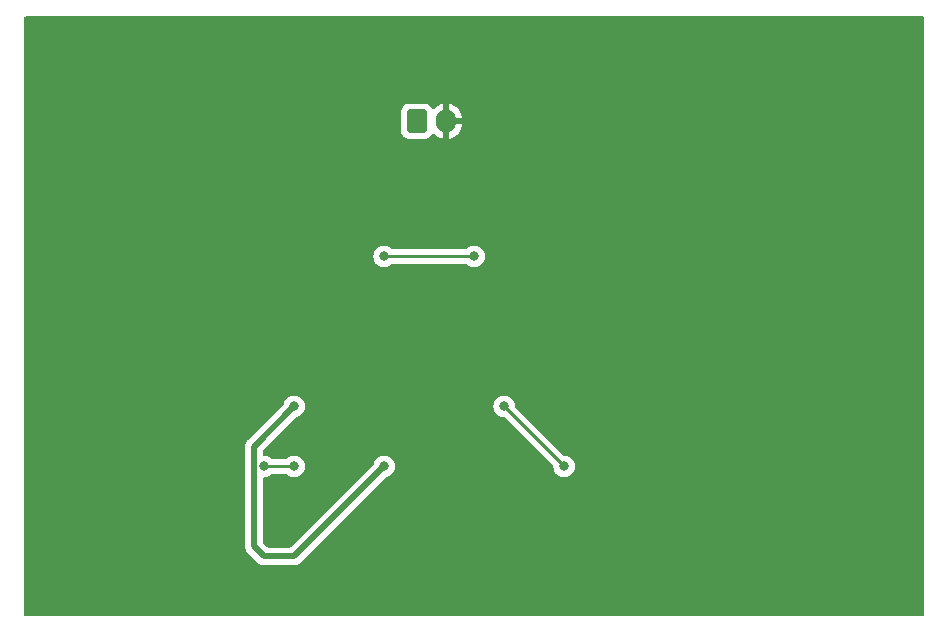
<source format=gbr>
%TF.GenerationSoftware,KiCad,Pcbnew,7.0.8*%
%TF.CreationDate,2023-10-17T13:28:15-07:00*%
%TF.ProjectId,Lab2Main,4c616232-4d61-4696-9e2e-6b696361645f,rev?*%
%TF.SameCoordinates,Original*%
%TF.FileFunction,Copper,L2,Bot*%
%TF.FilePolarity,Positive*%
%FSLAX46Y46*%
G04 Gerber Fmt 4.6, Leading zero omitted, Abs format (unit mm)*
G04 Created by KiCad (PCBNEW 7.0.8) date 2023-10-17 13:28:15*
%MOMM*%
%LPD*%
G01*
G04 APERTURE LIST*
G04 Aperture macros list*
%AMRoundRect*
0 Rectangle with rounded corners*
0 $1 Rounding radius*
0 $2 $3 $4 $5 $6 $7 $8 $9 X,Y pos of 4 corners*
0 Add a 4 corners polygon primitive as box body*
4,1,4,$2,$3,$4,$5,$6,$7,$8,$9,$2,$3,0*
0 Add four circle primitives for the rounded corners*
1,1,$1+$1,$2,$3*
1,1,$1+$1,$4,$5*
1,1,$1+$1,$6,$7*
1,1,$1+$1,$8,$9*
0 Add four rect primitives between the rounded corners*
20,1,$1+$1,$2,$3,$4,$5,0*
20,1,$1+$1,$4,$5,$6,$7,0*
20,1,$1+$1,$6,$7,$8,$9,0*
20,1,$1+$1,$8,$9,$2,$3,0*%
G04 Aperture macros list end*
%TA.AperFunction,ComponentPad*%
%ADD10RoundRect,0.250000X-0.600000X-0.750000X0.600000X-0.750000X0.600000X0.750000X-0.600000X0.750000X0*%
%TD*%
%TA.AperFunction,ComponentPad*%
%ADD11O,1.700000X2.000000*%
%TD*%
%TA.AperFunction,ViaPad*%
%ADD12C,0.800000*%
%TD*%
%TA.AperFunction,Conductor*%
%ADD13C,0.254000*%
%TD*%
%TA.AperFunction,Conductor*%
%ADD14C,0.508000*%
%TD*%
G04 APERTURE END LIST*
D10*
%TO.P,J1,1,Pin_1*%
%TO.N,+9V*%
X157707500Y-82540000D03*
D11*
%TO.P,J1,2,Pin_2*%
%TO.N,GND*%
X160207500Y-82540000D03*
%TD*%
D12*
%TO.N,/pin_2*%
X165100000Y-106680000D03*
X170180000Y-111760000D03*
%TO.N,GND*%
X167640000Y-99060000D03*
X147320000Y-101600000D03*
%TO.N,+9V*%
X147320000Y-106680000D03*
X154940000Y-111760000D03*
%TO.N,/pin_7*%
X162560000Y-93980000D03*
X154940000Y-93980000D03*
%TO.N,/pin_3*%
X147320000Y-111760000D03*
X144780000Y-111760000D03*
%TD*%
D13*
%TO.N,/pin_2*%
X170180000Y-111760000D02*
X165100000Y-106680000D01*
%TO.N,GND*%
X147320000Y-101600000D02*
X165100000Y-101600000D01*
X165100000Y-101600000D02*
X167640000Y-99060000D01*
D14*
%TO.N,+9V*%
X144780000Y-119380000D02*
X147320000Y-119380000D01*
X143926000Y-118526000D02*
X144780000Y-119380000D01*
X147320000Y-119380000D02*
X154940000Y-111760000D01*
X143926000Y-110074000D02*
X143926000Y-118526000D01*
X147320000Y-106680000D02*
X143926000Y-110074000D01*
D13*
%TO.N,/pin_7*%
X154940000Y-93980000D02*
X162560000Y-93980000D01*
%TO.N,/pin_3*%
X144780000Y-111760000D02*
X147320000Y-111760000D01*
%TD*%
%TA.AperFunction,Conductor*%
%TO.N,GND*%
G36*
X200603039Y-73679685D02*
G01*
X200648794Y-73732489D01*
X200660000Y-73784000D01*
X200660000Y-124336000D01*
X200640315Y-124403039D01*
X200587511Y-124448794D01*
X200536000Y-124460000D01*
X124584000Y-124460000D01*
X124516961Y-124440315D01*
X124471206Y-124387511D01*
X124460000Y-124336000D01*
X124460000Y-118503908D01*
X143166684Y-118503908D01*
X143171264Y-118556241D01*
X143171500Y-118561648D01*
X143171500Y-118569946D01*
X143175325Y-118602674D01*
X143182056Y-118679610D01*
X143183516Y-118686677D01*
X143183464Y-118686687D01*
X143185123Y-118694167D01*
X143185174Y-118694155D01*
X143186839Y-118701180D01*
X143213247Y-118773740D01*
X143237535Y-118847034D01*
X143240586Y-118853575D01*
X143240536Y-118853598D01*
X143243876Y-118860497D01*
X143243925Y-118860473D01*
X143247165Y-118866925D01*
X143289599Y-118931444D01*
X143330131Y-118997156D01*
X143334611Y-119002822D01*
X143334569Y-119002855D01*
X143339401Y-119008786D01*
X143339443Y-119008752D01*
X143344081Y-119014280D01*
X143344085Y-119014285D01*
X143372166Y-119040778D01*
X143400247Y-119067272D01*
X144201234Y-119868258D01*
X144213016Y-119881891D01*
X144227461Y-119901294D01*
X144267706Y-119935064D01*
X144271696Y-119938720D01*
X144277559Y-119944583D01*
X144303419Y-119965031D01*
X144362573Y-120014667D01*
X144362577Y-120014669D01*
X144368607Y-120018635D01*
X144368576Y-120018680D01*
X144375038Y-120022797D01*
X144375067Y-120022751D01*
X144381204Y-120026537D01*
X144381207Y-120026538D01*
X144381208Y-120026539D01*
X144451199Y-120059176D01*
X144520189Y-120093824D01*
X144520194Y-120093825D01*
X144526979Y-120096295D01*
X144526960Y-120096347D01*
X144534188Y-120098859D01*
X144534206Y-120098808D01*
X144541057Y-120101077D01*
X144541060Y-120101079D01*
X144616677Y-120116692D01*
X144691812Y-120134500D01*
X144691821Y-120134500D01*
X144698985Y-120135338D01*
X144698978Y-120135391D01*
X144706595Y-120136169D01*
X144706600Y-120136116D01*
X144713789Y-120136745D01*
X144713792Y-120136744D01*
X144713793Y-120136745D01*
X144790947Y-120134500D01*
X147256000Y-120134500D01*
X147273969Y-120135809D01*
X147279350Y-120136596D01*
X147297906Y-120139315D01*
X147350248Y-120134735D01*
X147355649Y-120134500D01*
X147363934Y-120134500D01*
X147363941Y-120134500D01*
X147396674Y-120130674D01*
X147473612Y-120123943D01*
X147473615Y-120123941D01*
X147480693Y-120122481D01*
X147480704Y-120122535D01*
X147488163Y-120120881D01*
X147488151Y-120120827D01*
X147495178Y-120119160D01*
X147495184Y-120119160D01*
X147551100Y-120098808D01*
X147567740Y-120092752D01*
X147641034Y-120068465D01*
X147647581Y-120065412D01*
X147647604Y-120065462D01*
X147654498Y-120062125D01*
X147654473Y-120062075D01*
X147660916Y-120058838D01*
X147660924Y-120058836D01*
X147720503Y-120019650D01*
X147725443Y-120016401D01*
X147755051Y-119998138D01*
X147791154Y-119975870D01*
X147791159Y-119975864D01*
X147796823Y-119971387D01*
X147796857Y-119971430D01*
X147802782Y-119966604D01*
X147802747Y-119966562D01*
X147808283Y-119961916D01*
X147808282Y-119961916D01*
X147808285Y-119961915D01*
X147861271Y-119905752D01*
X155099954Y-112667068D01*
X155161275Y-112633585D01*
X155161493Y-112633537D01*
X155219803Y-112621144D01*
X155219807Y-112621142D01*
X155219808Y-112621142D01*
X155278058Y-112595206D01*
X155392730Y-112544151D01*
X155545871Y-112432888D01*
X155672533Y-112292216D01*
X155767179Y-112128284D01*
X155825674Y-111948256D01*
X155845460Y-111760000D01*
X155825674Y-111571744D01*
X155767179Y-111391716D01*
X155672533Y-111227784D01*
X155545871Y-111087112D01*
X155545870Y-111087111D01*
X155392734Y-110975851D01*
X155392729Y-110975848D01*
X155219807Y-110898857D01*
X155219802Y-110898855D01*
X155074001Y-110867865D01*
X155034646Y-110859500D01*
X154845354Y-110859500D01*
X154812897Y-110866398D01*
X154660197Y-110898855D01*
X154660192Y-110898857D01*
X154487270Y-110975848D01*
X154487265Y-110975851D01*
X154334129Y-111087111D01*
X154207466Y-111227785D01*
X154112821Y-111391715D01*
X154112819Y-111391719D01*
X154060201Y-111553661D01*
X154029951Y-111603023D01*
X147043795Y-118589181D01*
X146982472Y-118622666D01*
X146956114Y-118625500D01*
X145143886Y-118625500D01*
X145076847Y-118605815D01*
X145056205Y-118589181D01*
X144716819Y-118249795D01*
X144683334Y-118188472D01*
X144680500Y-118162114D01*
X144680500Y-112784500D01*
X144700185Y-112717461D01*
X144752989Y-112671706D01*
X144804500Y-112660500D01*
X144874644Y-112660500D01*
X144874646Y-112660500D01*
X145059803Y-112621144D01*
X145232730Y-112544151D01*
X145385871Y-112432888D01*
X145389799Y-112428525D01*
X145449286Y-112391879D01*
X145481947Y-112387500D01*
X146618053Y-112387500D01*
X146685092Y-112407185D01*
X146710199Y-112428523D01*
X146714129Y-112432888D01*
X146714132Y-112432891D01*
X146714135Y-112432893D01*
X146867265Y-112544148D01*
X146867270Y-112544151D01*
X147040192Y-112621142D01*
X147040197Y-112621144D01*
X147225354Y-112660500D01*
X147225355Y-112660500D01*
X147414644Y-112660500D01*
X147414646Y-112660500D01*
X147599803Y-112621144D01*
X147772730Y-112544151D01*
X147925871Y-112432888D01*
X148052533Y-112292216D01*
X148147179Y-112128284D01*
X148205674Y-111948256D01*
X148225460Y-111760000D01*
X148205674Y-111571744D01*
X148147179Y-111391716D01*
X148052533Y-111227784D01*
X147925871Y-111087112D01*
X147925870Y-111087111D01*
X147772734Y-110975851D01*
X147772729Y-110975848D01*
X147599807Y-110898857D01*
X147599802Y-110898855D01*
X147454001Y-110867865D01*
X147414646Y-110859500D01*
X147225354Y-110859500D01*
X147192897Y-110866398D01*
X147040197Y-110898855D01*
X147040192Y-110898857D01*
X146867270Y-110975848D01*
X146867265Y-110975851D01*
X146714135Y-111087106D01*
X146714132Y-111087108D01*
X146712175Y-111089281D01*
X146710200Y-111091474D01*
X146650714Y-111128121D01*
X146618053Y-111132500D01*
X145481947Y-111132500D01*
X145414908Y-111112815D01*
X145389800Y-111091476D01*
X145385871Y-111087112D01*
X145385869Y-111087111D01*
X145385867Y-111087108D01*
X145385864Y-111087106D01*
X145232734Y-110975851D01*
X145232729Y-110975848D01*
X145059807Y-110898857D01*
X145059802Y-110898855D01*
X144914001Y-110867865D01*
X144874646Y-110859500D01*
X144804500Y-110859500D01*
X144737461Y-110839815D01*
X144691706Y-110787011D01*
X144680500Y-110735500D01*
X144680500Y-110437885D01*
X144700185Y-110370846D01*
X144716814Y-110350209D01*
X147479954Y-107587068D01*
X147541275Y-107553585D01*
X147541493Y-107553537D01*
X147599803Y-107541144D01*
X147599807Y-107541142D01*
X147599808Y-107541142D01*
X147658058Y-107515206D01*
X147772730Y-107464151D01*
X147925871Y-107352888D01*
X148052533Y-107212216D01*
X148147179Y-107048284D01*
X148205674Y-106868256D01*
X148225460Y-106680000D01*
X164194540Y-106680000D01*
X164214326Y-106868256D01*
X164214327Y-106868259D01*
X164272818Y-107048277D01*
X164272821Y-107048284D01*
X164367467Y-107212216D01*
X164494129Y-107352888D01*
X164647265Y-107464148D01*
X164647270Y-107464151D01*
X164820192Y-107541142D01*
X164820197Y-107541144D01*
X165005354Y-107580500D01*
X165061719Y-107580500D01*
X165128758Y-107600185D01*
X165149400Y-107616819D01*
X169241371Y-111708790D01*
X169274856Y-111770113D01*
X169277010Y-111783505D01*
X169294326Y-111948256D01*
X169294327Y-111948259D01*
X169352818Y-112128277D01*
X169352821Y-112128284D01*
X169447467Y-112292216D01*
X169537204Y-112391879D01*
X169574129Y-112432888D01*
X169727265Y-112544148D01*
X169727270Y-112544151D01*
X169900192Y-112621142D01*
X169900197Y-112621144D01*
X170085354Y-112660500D01*
X170085355Y-112660500D01*
X170274644Y-112660500D01*
X170274646Y-112660500D01*
X170459803Y-112621144D01*
X170632730Y-112544151D01*
X170785871Y-112432888D01*
X170912533Y-112292216D01*
X171007179Y-112128284D01*
X171065674Y-111948256D01*
X171085460Y-111760000D01*
X171065674Y-111571744D01*
X171007179Y-111391716D01*
X170912533Y-111227784D01*
X170785871Y-111087112D01*
X170785870Y-111087111D01*
X170632734Y-110975851D01*
X170632729Y-110975848D01*
X170459807Y-110898857D01*
X170459802Y-110898855D01*
X170314001Y-110867865D01*
X170274646Y-110859500D01*
X170274645Y-110859500D01*
X170218281Y-110859500D01*
X170151242Y-110839815D01*
X170130600Y-110823181D01*
X166038628Y-106731209D01*
X166005143Y-106669886D01*
X166002990Y-106656506D01*
X165985674Y-106491744D01*
X165927179Y-106311716D01*
X165832533Y-106147784D01*
X165705871Y-106007112D01*
X165705870Y-106007111D01*
X165552734Y-105895851D01*
X165552729Y-105895848D01*
X165379807Y-105818857D01*
X165379802Y-105818855D01*
X165234001Y-105787865D01*
X165194646Y-105779500D01*
X165005354Y-105779500D01*
X164972897Y-105786398D01*
X164820197Y-105818855D01*
X164820192Y-105818857D01*
X164647270Y-105895848D01*
X164647265Y-105895851D01*
X164494129Y-106007111D01*
X164367466Y-106147785D01*
X164272821Y-106311715D01*
X164272818Y-106311722D01*
X164214327Y-106491740D01*
X164214326Y-106491744D01*
X164194540Y-106680000D01*
X148225460Y-106680000D01*
X148205674Y-106491744D01*
X148147179Y-106311716D01*
X148052533Y-106147784D01*
X147925871Y-106007112D01*
X147925870Y-106007111D01*
X147772734Y-105895851D01*
X147772729Y-105895848D01*
X147599807Y-105818857D01*
X147599802Y-105818855D01*
X147454001Y-105787865D01*
X147414646Y-105779500D01*
X147225354Y-105779500D01*
X147192897Y-105786398D01*
X147040197Y-105818855D01*
X147040192Y-105818857D01*
X146867270Y-105895848D01*
X146867265Y-105895851D01*
X146714129Y-106007111D01*
X146587466Y-106147785D01*
X146492821Y-106311715D01*
X146492819Y-106311719D01*
X146440201Y-106473661D01*
X146409951Y-106523023D01*
X143437742Y-109495232D01*
X143424113Y-109507011D01*
X143404706Y-109521459D01*
X143370939Y-109561700D01*
X143367295Y-109565678D01*
X143361419Y-109571555D01*
X143340972Y-109597414D01*
X143291334Y-109656570D01*
X143287366Y-109662605D01*
X143287322Y-109662576D01*
X143283209Y-109669031D01*
X143283254Y-109669059D01*
X143279459Y-109675211D01*
X143246827Y-109745191D01*
X143212176Y-109814188D01*
X143209704Y-109820979D01*
X143209655Y-109820961D01*
X143207141Y-109828193D01*
X143207191Y-109828210D01*
X143204920Y-109835062D01*
X143189304Y-109910688D01*
X143171498Y-109985818D01*
X143170661Y-109992987D01*
X143170607Y-109992980D01*
X143169830Y-110000596D01*
X143169883Y-110000601D01*
X143169253Y-110007790D01*
X143171500Y-110084981D01*
X143171500Y-118462000D01*
X143170191Y-118479969D01*
X143166684Y-118503908D01*
X124460000Y-118503908D01*
X124460000Y-93980000D01*
X154034540Y-93980000D01*
X154054326Y-94168256D01*
X154054327Y-94168259D01*
X154112818Y-94348277D01*
X154112821Y-94348284D01*
X154207467Y-94512216D01*
X154297204Y-94611879D01*
X154334129Y-94652888D01*
X154487265Y-94764148D01*
X154487270Y-94764151D01*
X154660192Y-94841142D01*
X154660197Y-94841144D01*
X154845354Y-94880500D01*
X154845355Y-94880500D01*
X155034644Y-94880500D01*
X155034646Y-94880500D01*
X155219803Y-94841144D01*
X155392730Y-94764151D01*
X155545871Y-94652888D01*
X155549799Y-94648525D01*
X155609286Y-94611879D01*
X155641947Y-94607500D01*
X161858053Y-94607500D01*
X161925092Y-94627185D01*
X161950199Y-94648523D01*
X161954129Y-94652888D01*
X161954132Y-94652891D01*
X161954135Y-94652893D01*
X162107265Y-94764148D01*
X162107270Y-94764151D01*
X162280192Y-94841142D01*
X162280197Y-94841144D01*
X162465354Y-94880500D01*
X162465355Y-94880500D01*
X162654644Y-94880500D01*
X162654646Y-94880500D01*
X162839803Y-94841144D01*
X163012730Y-94764151D01*
X163165871Y-94652888D01*
X163292533Y-94512216D01*
X163387179Y-94348284D01*
X163445674Y-94168256D01*
X163465460Y-93980000D01*
X163445674Y-93791744D01*
X163387179Y-93611716D01*
X163292533Y-93447784D01*
X163165871Y-93307112D01*
X163165870Y-93307111D01*
X163012734Y-93195851D01*
X163012729Y-93195848D01*
X162839807Y-93118857D01*
X162839802Y-93118855D01*
X162694001Y-93087865D01*
X162654646Y-93079500D01*
X162465354Y-93079500D01*
X162432897Y-93086398D01*
X162280197Y-93118855D01*
X162280192Y-93118857D01*
X162107270Y-93195848D01*
X162107265Y-93195851D01*
X161954135Y-93307106D01*
X161954132Y-93307108D01*
X161952175Y-93309281D01*
X161950200Y-93311474D01*
X161890714Y-93348121D01*
X161858053Y-93352500D01*
X155641947Y-93352500D01*
X155574908Y-93332815D01*
X155549800Y-93311476D01*
X155545871Y-93307112D01*
X155545869Y-93307111D01*
X155545867Y-93307108D01*
X155545864Y-93307106D01*
X155392734Y-93195851D01*
X155392729Y-93195848D01*
X155219807Y-93118857D01*
X155219802Y-93118855D01*
X155074001Y-93087865D01*
X155034646Y-93079500D01*
X154845354Y-93079500D01*
X154812897Y-93086398D01*
X154660197Y-93118855D01*
X154660192Y-93118857D01*
X154487270Y-93195848D01*
X154487265Y-93195851D01*
X154334129Y-93307111D01*
X154207466Y-93447785D01*
X154112821Y-93611715D01*
X154112818Y-93611722D01*
X154054327Y-93791740D01*
X154054326Y-93791744D01*
X154034540Y-93980000D01*
X124460000Y-93980000D01*
X124460000Y-83340001D01*
X156357000Y-83340001D01*
X156357001Y-83340018D01*
X156367500Y-83442796D01*
X156367501Y-83442799D01*
X156401531Y-83545494D01*
X156422686Y-83609334D01*
X156514788Y-83758656D01*
X156638844Y-83882712D01*
X156788166Y-83974814D01*
X156954703Y-84029999D01*
X157057491Y-84040500D01*
X158357508Y-84040499D01*
X158460297Y-84029999D01*
X158626834Y-83974814D01*
X158776156Y-83882712D01*
X158900212Y-83758656D01*
X158992314Y-83609334D01*
X158992314Y-83609333D01*
X158995948Y-83603442D01*
X159047896Y-83556717D01*
X159116858Y-83545494D01*
X159180941Y-83573337D01*
X159189168Y-83580856D01*
X159336421Y-83728108D01*
X159529921Y-83863600D01*
X159744007Y-83963429D01*
X159744016Y-83963433D01*
X159957500Y-84020634D01*
X159957500Y-82975501D01*
X160065185Y-83024680D01*
X160171737Y-83040000D01*
X160243263Y-83040000D01*
X160349815Y-83024680D01*
X160457500Y-82975501D01*
X160457500Y-84020633D01*
X160670983Y-83963433D01*
X160670992Y-83963429D01*
X160885077Y-83863600D01*
X160885079Y-83863599D01*
X161078573Y-83728113D01*
X161078579Y-83728108D01*
X161245608Y-83561079D01*
X161245613Y-83561073D01*
X161381099Y-83367579D01*
X161381100Y-83367577D01*
X161480929Y-83153492D01*
X161480933Y-83153483D01*
X161542067Y-82925326D01*
X161542069Y-82925315D01*
X161553907Y-82790000D01*
X160641186Y-82790000D01*
X160666993Y-82749844D01*
X160707500Y-82611889D01*
X160707500Y-82468111D01*
X160666993Y-82330156D01*
X160641186Y-82290000D01*
X161553907Y-82290000D01*
X161553907Y-82289999D01*
X161542069Y-82154684D01*
X161542067Y-82154673D01*
X161480933Y-81926516D01*
X161480929Y-81926507D01*
X161381100Y-81712422D01*
X161381099Y-81712420D01*
X161245613Y-81518926D01*
X161245608Y-81518920D01*
X161078582Y-81351894D01*
X160885078Y-81216399D01*
X160670992Y-81116570D01*
X160670986Y-81116567D01*
X160457500Y-81059364D01*
X160457500Y-82104498D01*
X160349815Y-82055320D01*
X160243263Y-82040000D01*
X160171737Y-82040000D01*
X160065185Y-82055320D01*
X159957500Y-82104498D01*
X159957500Y-81059364D01*
X159957499Y-81059364D01*
X159744013Y-81116567D01*
X159744007Y-81116570D01*
X159529922Y-81216399D01*
X159529920Y-81216400D01*
X159336426Y-81351886D01*
X159189168Y-81499144D01*
X159127845Y-81532628D01*
X159058153Y-81527644D01*
X159002220Y-81485772D01*
X158995948Y-81476558D01*
X158900212Y-81321344D01*
X158776157Y-81197289D01*
X158776156Y-81197288D01*
X158626834Y-81105186D01*
X158460297Y-81050001D01*
X158460295Y-81050000D01*
X158357510Y-81039500D01*
X157057498Y-81039500D01*
X157057481Y-81039501D01*
X156954703Y-81050000D01*
X156954700Y-81050001D01*
X156788168Y-81105185D01*
X156788163Y-81105187D01*
X156638842Y-81197289D01*
X156514789Y-81321342D01*
X156422687Y-81470663D01*
X156422685Y-81470668D01*
X156417680Y-81485772D01*
X156367501Y-81637203D01*
X156367501Y-81637204D01*
X156367500Y-81637204D01*
X156357000Y-81739983D01*
X156357000Y-83340001D01*
X124460000Y-83340001D01*
X124460000Y-73784000D01*
X124479685Y-73716961D01*
X124532489Y-73671206D01*
X124584000Y-73660000D01*
X200536000Y-73660000D01*
X200603039Y-73679685D01*
G37*
%TD.AperFunction*%
%TD*%
M02*

</source>
